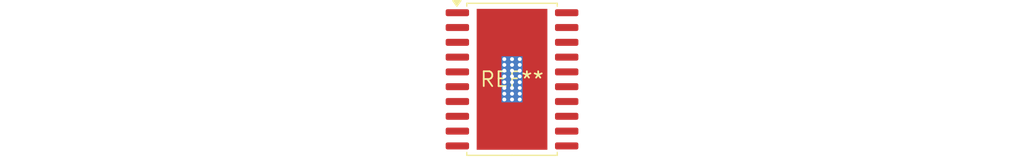
<source format=kicad_pcb>
(kicad_pcb (version 20240108) (generator pcbnew)
  (layers (0 "F.Cu" signal) (31 "B.Cu" signal) (34 "B.Paste" user) (35 "F.Paste" user) (36 "B.SilkS" user "B.Silkscreen") (37 "F.SilkS" user "F.Silkscreen") (38 "B.Mask" user) (39 "F.Mask" user) (44 "Edge.Cuts" user))
  (net 0 "")
  (footprint "SO-20-1EP_7.52x12.825mm_P1.27mm_EP6.045x12.09mm_Mask3.56x4.47mm_ThermalVias" (layer "F.Cu") (at 0 0)
    (property "Reference" "REF**")
    (property "Value" "SO-20-1EP_7.52x12.825mm_P1.27mm_EP6.045x12.09mm_Mask3.56x4.47mm_ThermalVias")
    (fp_line (start -3.87 -6.5225) (end -3.87 -6.275) (layer "F.SilkS") (stroke (width 0.12)))
    (fp_line (start -3.87 6.5225) (end -3.87 6.275) (layer "F.SilkS") (stroke (width 0.12)))
    (fp_line (start 0 -6.5225) (end -3.87 -6.5225) (layer "F.SilkS") (stroke (width 0.12)))
    (fp_line (start 0 -6.5225) (end 3.87 -6.5225) (layer "F.SilkS") (stroke (width 0.12)))
    (fp_line (start 0 6.5225) (end -3.87 6.5225) (layer "F.SilkS") (stroke (width 0.12)))
    (fp_line (start 0 6.5225) (end 3.87 6.5225) (layer "F.SilkS") (stroke (width 0.12)))
    (fp_line (start 3.87 -6.5225) (end 3.87 -6.275) (layer "F.SilkS") (stroke (width 0.12)))
    (fp_line (start 3.87 6.5225) (end 3.87 6.275) (layer "F.SilkS") (stroke (width 0.12)))
    (fp_poly (pts (xy -4.7175 -6.275) (xy -5.0575 -6.745) (xy -4.3775 -6.745) (xy -4.7175 -6.275)) (layer "F.SilkS") (stroke (width 0.12)) (fill solid))
    (pad "1" smd roundrect (at -4.675 -5.715) (size 2 0.6) (layers "F.Cu" "F.Paste" "F.Mask"))
    (pad "2" smd roundrect (at -4.675 -4.445) (size 2 0.6) (layers "F.Cu" "F.Paste" "F.Mask"))
    (pad "3" smd roundrect (at -4.675 -3.175) (size 2 0.6) (layers "F.Cu" "F.Paste" "F.Mask"))
    (pad "4" smd roundrect (at -4.675 -1.905) (size 2 0.6) (layers "F.Cu" "F.Paste" "F.Mask"))
    (pad "5" smd roundrect (at -4.675 -0.635) (size 2 0.6) (layers "F.Cu" "F.Paste" "F.Mask"))
    (pad "6" smd roundrect (at -4.675 0.635) (size 2 0.6) (layers "F.Cu" "F.Paste" "F.Mask"))
    (pad "7" smd roundrect (at -4.675 1.905) (size 2 0.6) (layers "F.Cu" "F.Paste" "F.Mask"))
    (pad "8" smd roundrect (at -4.675 3.175) (size 2 0.6) (layers "F.Cu" "F.Paste" "F.Mask"))
    (pad "9" smd roundrect (at -4.675 4.445) (size 2 0.6) (layers "F.Cu" "F.Paste" "F.Mask"))
    (pad "10" smd roundrect (at -4.675 5.715) (size 2 0.6) (layers "F.Cu" "F.Paste" "F.Mask"))
    (pad "11" smd roundrect (at 4.675 5.715) (size 2 0.6) (layers "F.Cu" "F.Paste" "F.Mask"))
    (pad "12" smd roundrect (at 4.675 4.445) (size 2 0.6) (layers "F.Cu" "F.Paste" "F.Mask"))
    (pad "13" smd roundrect (at 4.675 3.175) (size 2 0.6) (layers "F.Cu" "F.Paste" "F.Mask"))
    (pad "14" smd roundrect (at 4.675 1.905) (size 2 0.6) (layers "F.Cu" "F.Paste" "F.Mask"))
    (pad "15" smd roundrect (at 4.675 0.635) (size 2 0.6) (layers "F.Cu" "F.Paste" "F.Mask"))
    (pad "16" smd roundrect (at 4.675 -0.635) (size 2 0.6) (layers "F.Cu" "F.Paste" "F.Mask"))
    (pad "17" smd roundrect (at 4.675 -1.905) (size 2 0.6) (layers "F.Cu" "F.Paste" "F.Mask"))
    (pad "18" smd roundrect (at 4.675 -3.175) (size 2 0.6) (layers "F.Cu" "F.Paste" "F.Mask"))
    (pad "19" smd roundrect (at 4.675 -4.445) (size 2 0.6) (layers "F.Cu" "F.Paste" "F.Mask"))
    (pad "20" smd roundrect (at 4.675 -5.715) (size 2 0.6) (layers "F.Cu" "F.Paste" "F.Mask"))
    (pad "21" thru_hole circle (at -0.66 -1.7325) (size 0.49 0.49) (drill 0.33) (property pad_prop_heatsink) (layers *.Cu) (remove_unused_layers))
    (pad "21" thru_hole circle (at -0.66 -1.2375) (size 0.49 0.49) (drill 0.33) (property pad_prop_heatsink) (layers *.Cu) (remove_unused_layers))
    (pad "21" thru_hole circle (at -0.66 -0.7425) (size 0.49 0.49) (drill 0.33) (property pad_prop_heatsink) (layers *.Cu) (remove_unused_layers))
    (pad "21" thru_hole circle (at -0.66 -0.2475) (size 0.49 0.49) (drill 0.33) (property pad_prop_heatsink) (layers *.Cu) (remove_unused_layers))
    (pad "21" thru_hole circle (at -0.66 0.2475) (size 0.49 0.49) (drill 0.33) (property pad_prop_heatsink) (layers *.Cu) (remove_unused_layers))
    (pad "21" thru_hole circle (at -0.66 0.7425) (size 0.49 0.49) (drill 0.33) (property pad_prop_heatsink) (layers *.Cu) (remove_unused_layers))
    (pad "21" thru_hole circle (at -0.66 1.2375) (size 0.49 0.49) (drill 0.33) (property pad_prop_heatsink) (layers *.Cu) (remove_unused_layers))
    (pad "21" thru_hole circle (at -0.66 1.7325) (size 0.49 0.49) (drill 0.33) (property pad_prop_heatsink) (layers *.Cu) (remove_unused_layers))
    (pad "21" thru_hole circle (at 0 -1.7325) (size 0.49 0.49) (drill 0.33) (property pad_prop_heatsink) (layers *.Cu) (remove_unused_layers))
    (pad "21" thru_hole circle (at 0 -1.2375) (size 0.49 0.49) (drill 0.33) (property pad_prop_heatsink) (layers *.Cu) (remove_unused_layers))
    (pad "21" thru_hole circle (at 0 -0.7425) (size 0.49 0.49) (drill 0.33) (property pad_prop_heatsink) (layers *.Cu) (remove_unused_layers))
    (pad "21" thru_hole circle (at 0 -0.2475) (size 0.49 0.49) (drill 0.33) (property pad_prop_heatsink) (layers *.Cu) (remove_unused_layers))
    (pad "21" smd rect (at 0 0) (size 1.81 3.955) (property pad_prop_heatsink) (layers "B.Cu"))
    (pad "21" smd rect (at 0 0) (size 6.045 12.09) (property pad_prop_heatsink) (layers "F.Cu"))
    (pad "21" thru_hole circle (at 0 0.2475) (size 0.49 0.49) (drill 0.33) (property pad_prop_heatsink) (layers *.Cu) (remove_unused_layers))
    (pad "21" thru_hole circle (at 0 0.7425) (size 0.49 0.49) (drill 0.33) (property pad_prop_heatsink) (layers *.Cu) (remove_unused_layers))
    (pad "21" thru_hole circle (at 0 1.2375) (size 0.49 0.49) (drill 0.33) (property pad_prop_heatsink) (layers *.Cu) (remove_unused_layers))
    (pad "21" thru_hole circle (at 0 1.7325) (size 0.49 0.49) (drill 0.33) (property pad_prop_heatsink) (layers *.Cu) (remove_unused_layers))
    (pad "21" thru_hole circle (at 0.66 -1.7325) (size 0.49 0.49) (drill 0.33) (property pad_prop_heatsink) (layers *.Cu) (remove_unused_layers))
    (pad "21" thru_hole circle (at 0.66 -1.2375) (size 0.49 0.49) (drill 0.33) (property pad_prop_heatsink) (layers *.Cu) (remove_unused_layers))
    (pad "21" thru_hole circle (at 0.66 -0.7425) (size 0.49 0.49) (drill 0.33) (property pad_prop_heatsink) (layers *.Cu) (remove_unused_layers))
    (pad "21" thru_hole circle (at 0.66 -0.2475) (size 0.49 0.49) (drill 0.33) (property pad_prop_heatsink) (layers *.Cu) (remove_unused_layers))
    (pad "21" thru_hole circle (at 0.66 0.2475) (size 0.49 0.49) (drill 0.33) (property pad_prop_heatsink) (layers *.Cu) (remove_unused_layers))
    (pad "21" thru_hole circle (at 0.66 0.7425) (size 0.49 0.49) (drill 0.33) (property pad_prop_heatsink) (layers *.Cu) (remove_unused_layers))
    (pad "21" thru_hole circle (at 0.66 1.2375) (size 0.49 0.49) (drill 0.33) (property pad_prop_heatsink) (layers *.Cu) (remove_unused_layers))
    (pad "21" thru_hole circle (at 0.66 1.7325) (size 0.49 0.49) (drill 0.33) (property pad_prop_heatsink) (layers *.Cu) (remove_unused_layers))
  )
)
</source>
